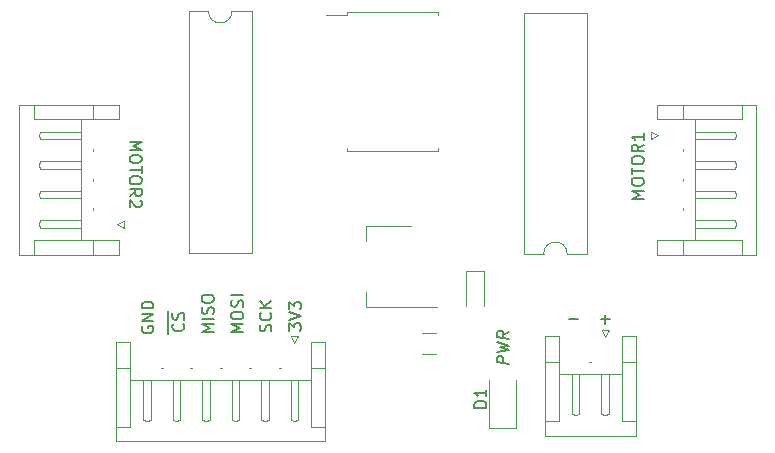
<source format=gbr>
%TF.GenerationSoftware,KiCad,Pcbnew,(5.1.6)-1*%
%TF.CreationDate,2020-07-30T09:39:53+02:00*%
%TF.ProjectId,motor-controller,6d6f746f-722d-4636-9f6e-74726f6c6c65,rev?*%
%TF.SameCoordinates,Original*%
%TF.FileFunction,Legend,Top*%
%TF.FilePolarity,Positive*%
%FSLAX46Y46*%
G04 Gerber Fmt 4.6, Leading zero omitted, Abs format (unit mm)*
G04 Created by KiCad (PCBNEW (5.1.6)-1) date 2020-07-30 09:39:53*
%MOMM*%
%LPD*%
G01*
G04 APERTURE LIST*
%ADD10C,0.150000*%
%ADD11C,0.180000*%
%ADD12C,0.120000*%
G04 APERTURE END LIST*
D10*
X90100000Y-159561904D02*
X90052380Y-159657142D01*
X90052380Y-159800000D01*
X90100000Y-159942857D01*
X90195238Y-160038095D01*
X90290476Y-160085714D01*
X90480952Y-160133333D01*
X90623809Y-160133333D01*
X90814285Y-160085714D01*
X90909523Y-160038095D01*
X91004761Y-159942857D01*
X91052380Y-159800000D01*
X91052380Y-159704761D01*
X91004761Y-159561904D01*
X90957142Y-159514285D01*
X90623809Y-159514285D01*
X90623809Y-159704761D01*
X91052380Y-159085714D02*
X90052380Y-159085714D01*
X91052380Y-158514285D01*
X90052380Y-158514285D01*
X91052380Y-158038095D02*
X90052380Y-158038095D01*
X90052380Y-157800000D01*
X90100000Y-157657142D01*
X90195238Y-157561904D01*
X90290476Y-157514285D01*
X90480952Y-157466666D01*
X90623809Y-157466666D01*
X90814285Y-157514285D01*
X90909523Y-157561904D01*
X91004761Y-157657142D01*
X91052380Y-157800000D01*
X91052380Y-158038095D01*
X92285000Y-160176190D02*
X92285000Y-159176190D01*
X93557142Y-159366666D02*
X93604761Y-159414285D01*
X93652380Y-159557142D01*
X93652380Y-159652380D01*
X93604761Y-159795238D01*
X93509523Y-159890476D01*
X93414285Y-159938095D01*
X93223809Y-159985714D01*
X93080952Y-159985714D01*
X92890476Y-159938095D01*
X92795238Y-159890476D01*
X92700000Y-159795238D01*
X92652380Y-159652380D01*
X92652380Y-159557142D01*
X92700000Y-159414285D01*
X92747619Y-159366666D01*
X92285000Y-159176190D02*
X92285000Y-158223809D01*
X93604761Y-158985714D02*
X93652380Y-158842857D01*
X93652380Y-158604761D01*
X93604761Y-158509523D01*
X93557142Y-158461904D01*
X93461904Y-158414285D01*
X93366666Y-158414285D01*
X93271428Y-158461904D01*
X93223809Y-158509523D01*
X93176190Y-158604761D01*
X93128571Y-158795238D01*
X93080952Y-158890476D01*
X93033333Y-158938095D01*
X92938095Y-158985714D01*
X92842857Y-158985714D01*
X92747619Y-158938095D01*
X92700000Y-158890476D01*
X92652380Y-158795238D01*
X92652380Y-158557142D01*
X92700000Y-158414285D01*
X96152380Y-160071428D02*
X95152380Y-160071428D01*
X95866666Y-159738095D01*
X95152380Y-159404761D01*
X96152380Y-159404761D01*
X96152380Y-158928571D02*
X95152380Y-158928571D01*
X96104761Y-158500000D02*
X96152380Y-158357142D01*
X96152380Y-158119047D01*
X96104761Y-158023809D01*
X96057142Y-157976190D01*
X95961904Y-157928571D01*
X95866666Y-157928571D01*
X95771428Y-157976190D01*
X95723809Y-158023809D01*
X95676190Y-158119047D01*
X95628571Y-158309523D01*
X95580952Y-158404761D01*
X95533333Y-158452380D01*
X95438095Y-158500000D01*
X95342857Y-158500000D01*
X95247619Y-158452380D01*
X95200000Y-158404761D01*
X95152380Y-158309523D01*
X95152380Y-158071428D01*
X95200000Y-157928571D01*
X95152380Y-157309523D02*
X95152380Y-157119047D01*
X95200000Y-157023809D01*
X95295238Y-156928571D01*
X95485714Y-156880952D01*
X95819047Y-156880952D01*
X96009523Y-156928571D01*
X96104761Y-157023809D01*
X96152380Y-157119047D01*
X96152380Y-157309523D01*
X96104761Y-157404761D01*
X96009523Y-157500000D01*
X95819047Y-157547619D01*
X95485714Y-157547619D01*
X95295238Y-157500000D01*
X95200000Y-157404761D01*
X95152380Y-157309523D01*
X98652380Y-160071428D02*
X97652380Y-160071428D01*
X98366666Y-159738095D01*
X97652380Y-159404761D01*
X98652380Y-159404761D01*
X97652380Y-158738095D02*
X97652380Y-158547619D01*
X97700000Y-158452380D01*
X97795238Y-158357142D01*
X97985714Y-158309523D01*
X98319047Y-158309523D01*
X98509523Y-158357142D01*
X98604761Y-158452380D01*
X98652380Y-158547619D01*
X98652380Y-158738095D01*
X98604761Y-158833333D01*
X98509523Y-158928571D01*
X98319047Y-158976190D01*
X97985714Y-158976190D01*
X97795238Y-158928571D01*
X97700000Y-158833333D01*
X97652380Y-158738095D01*
X98604761Y-157928571D02*
X98652380Y-157785714D01*
X98652380Y-157547619D01*
X98604761Y-157452380D01*
X98557142Y-157404761D01*
X98461904Y-157357142D01*
X98366666Y-157357142D01*
X98271428Y-157404761D01*
X98223809Y-157452380D01*
X98176190Y-157547619D01*
X98128571Y-157738095D01*
X98080952Y-157833333D01*
X98033333Y-157880952D01*
X97938095Y-157928571D01*
X97842857Y-157928571D01*
X97747619Y-157880952D01*
X97700000Y-157833333D01*
X97652380Y-157738095D01*
X97652380Y-157500000D01*
X97700000Y-157357142D01*
X98652380Y-156928571D02*
X97652380Y-156928571D01*
X101004761Y-159985714D02*
X101052380Y-159842857D01*
X101052380Y-159604761D01*
X101004761Y-159509523D01*
X100957142Y-159461904D01*
X100861904Y-159414285D01*
X100766666Y-159414285D01*
X100671428Y-159461904D01*
X100623809Y-159509523D01*
X100576190Y-159604761D01*
X100528571Y-159795238D01*
X100480952Y-159890476D01*
X100433333Y-159938095D01*
X100338095Y-159985714D01*
X100242857Y-159985714D01*
X100147619Y-159938095D01*
X100100000Y-159890476D01*
X100052380Y-159795238D01*
X100052380Y-159557142D01*
X100100000Y-159414285D01*
X100957142Y-158414285D02*
X101004761Y-158461904D01*
X101052380Y-158604761D01*
X101052380Y-158700000D01*
X101004761Y-158842857D01*
X100909523Y-158938095D01*
X100814285Y-158985714D01*
X100623809Y-159033333D01*
X100480952Y-159033333D01*
X100290476Y-158985714D01*
X100195238Y-158938095D01*
X100100000Y-158842857D01*
X100052380Y-158700000D01*
X100052380Y-158604761D01*
X100100000Y-158461904D01*
X100147619Y-158414285D01*
X101052380Y-157985714D02*
X100052380Y-157985714D01*
X101052380Y-157414285D02*
X100480952Y-157842857D01*
X100052380Y-157414285D02*
X100623809Y-157985714D01*
X102552380Y-159938095D02*
X102552380Y-159319047D01*
X102933333Y-159652380D01*
X102933333Y-159509523D01*
X102980952Y-159414285D01*
X103028571Y-159366666D01*
X103123809Y-159319047D01*
X103361904Y-159319047D01*
X103457142Y-159366666D01*
X103504761Y-159414285D01*
X103552380Y-159509523D01*
X103552380Y-159795238D01*
X103504761Y-159890476D01*
X103457142Y-159938095D01*
X102552380Y-159033333D02*
X103552380Y-158700000D01*
X102552380Y-158366666D01*
X102552380Y-158128571D02*
X102552380Y-157509523D01*
X102933333Y-157842857D01*
X102933333Y-157700000D01*
X102980952Y-157604761D01*
X103028571Y-157557142D01*
X103123809Y-157509523D01*
X103361904Y-157509523D01*
X103457142Y-157557142D01*
X103504761Y-157604761D01*
X103552380Y-157700000D01*
X103552380Y-157985714D01*
X103504761Y-158080952D01*
X103457142Y-158128571D01*
D11*
X126219047Y-158971428D02*
X126980952Y-158971428D01*
X128919047Y-158971428D02*
X129680952Y-158971428D01*
X129300000Y-159352380D02*
X129300000Y-158590476D01*
D10*
X121152380Y-162733318D02*
X120152380Y-162608318D01*
X120152380Y-162227366D01*
X120200000Y-162138080D01*
X120247619Y-162096413D01*
X120342857Y-162060699D01*
X120485714Y-162078556D01*
X120580952Y-162138080D01*
X120628571Y-162191651D01*
X120676190Y-162292842D01*
X120676190Y-162673794D01*
X120152380Y-161703556D02*
X121152380Y-161590461D01*
X120438095Y-161310699D01*
X121152380Y-161209508D01*
X120152380Y-160846413D01*
X121152380Y-160019032D02*
X120676190Y-160292842D01*
X121152380Y-160590461D02*
X120152380Y-160465461D01*
X120152380Y-160084508D01*
X120200000Y-159995223D01*
X120247619Y-159953556D01*
X120342857Y-159917842D01*
X120485714Y-159935699D01*
X120580952Y-159995223D01*
X120628571Y-160048794D01*
X120676190Y-160149985D01*
X120676190Y-160530937D01*
D11*
X89047619Y-143961904D02*
X90047619Y-143961904D01*
X89333333Y-144295238D01*
X90047619Y-144628571D01*
X89047619Y-144628571D01*
X90047619Y-145295238D02*
X90047619Y-145485714D01*
X90000000Y-145580952D01*
X89904761Y-145676190D01*
X89714285Y-145723809D01*
X89380952Y-145723809D01*
X89190476Y-145676190D01*
X89095238Y-145580952D01*
X89047619Y-145485714D01*
X89047619Y-145295238D01*
X89095238Y-145200000D01*
X89190476Y-145104761D01*
X89380952Y-145057142D01*
X89714285Y-145057142D01*
X89904761Y-145104761D01*
X90000000Y-145200000D01*
X90047619Y-145295238D01*
X90047619Y-146009523D02*
X90047619Y-146580952D01*
X89047619Y-146295238D02*
X90047619Y-146295238D01*
X90047619Y-147104761D02*
X90047619Y-147295238D01*
X90000000Y-147390476D01*
X89904761Y-147485714D01*
X89714285Y-147533333D01*
X89380952Y-147533333D01*
X89190476Y-147485714D01*
X89095238Y-147390476D01*
X89047619Y-147295238D01*
X89047619Y-147104761D01*
X89095238Y-147009523D01*
X89190476Y-146914285D01*
X89380952Y-146866666D01*
X89714285Y-146866666D01*
X89904761Y-146914285D01*
X90000000Y-147009523D01*
X90047619Y-147104761D01*
X89047619Y-148533333D02*
X89523809Y-148200000D01*
X89047619Y-147961904D02*
X90047619Y-147961904D01*
X90047619Y-148342857D01*
X90000000Y-148438095D01*
X89952380Y-148485714D01*
X89857142Y-148533333D01*
X89714285Y-148533333D01*
X89619047Y-148485714D01*
X89571428Y-148438095D01*
X89523809Y-148342857D01*
X89523809Y-147961904D01*
X89952380Y-148914285D02*
X90000000Y-148961904D01*
X90047619Y-149057142D01*
X90047619Y-149295238D01*
X90000000Y-149390476D01*
X89952380Y-149438095D01*
X89857142Y-149485714D01*
X89761904Y-149485714D01*
X89619047Y-149438095D01*
X89047619Y-148866666D01*
X89047619Y-149485714D01*
X132552380Y-148738095D02*
X131552380Y-148738095D01*
X132266666Y-148404761D01*
X131552380Y-148071428D01*
X132552380Y-148071428D01*
X131552380Y-147404761D02*
X131552380Y-147214285D01*
X131600000Y-147119047D01*
X131695238Y-147023809D01*
X131885714Y-146976190D01*
X132219047Y-146976190D01*
X132409523Y-147023809D01*
X132504761Y-147119047D01*
X132552380Y-147214285D01*
X132552380Y-147404761D01*
X132504761Y-147500000D01*
X132409523Y-147595238D01*
X132219047Y-147642857D01*
X131885714Y-147642857D01*
X131695238Y-147595238D01*
X131600000Y-147500000D01*
X131552380Y-147404761D01*
X131552380Y-146690476D02*
X131552380Y-146119047D01*
X132552380Y-146404761D02*
X131552380Y-146404761D01*
X131552380Y-145595238D02*
X131552380Y-145404761D01*
X131600000Y-145309523D01*
X131695238Y-145214285D01*
X131885714Y-145166666D01*
X132219047Y-145166666D01*
X132409523Y-145214285D01*
X132504761Y-145309523D01*
X132552380Y-145404761D01*
X132552380Y-145595238D01*
X132504761Y-145690476D01*
X132409523Y-145785714D01*
X132219047Y-145833333D01*
X131885714Y-145833333D01*
X131695238Y-145785714D01*
X131600000Y-145690476D01*
X131552380Y-145595238D01*
X132552380Y-144166666D02*
X132076190Y-144500000D01*
X132552380Y-144738095D02*
X131552380Y-144738095D01*
X131552380Y-144357142D01*
X131600000Y-144261904D01*
X131647619Y-144214285D01*
X131742857Y-144166666D01*
X131885714Y-144166666D01*
X131980952Y-144214285D01*
X132028571Y-144261904D01*
X132076190Y-144357142D01*
X132076190Y-144738095D01*
X132552380Y-143214285D02*
X132552380Y-143785714D01*
X132552380Y-143500000D02*
X131552380Y-143500000D01*
X131695238Y-143595238D01*
X131790476Y-143690476D01*
X131838095Y-143785714D01*
D12*
%TO.C,U4*%
X99360000Y-132870000D02*
X97710000Y-132870000D01*
X99360000Y-153310000D02*
X99360000Y-132870000D01*
X94060000Y-153310000D02*
X99360000Y-153310000D01*
X94060000Y-132870000D02*
X94060000Y-153310000D01*
X95710000Y-132870000D02*
X94060000Y-132870000D01*
X97710000Y-132870000D02*
G75*
G02*
X95710000Y-132870000I-1000000J0D01*
G01*
%TO.C,R1*%
X113797936Y-161910000D02*
X115002064Y-161910000D01*
X113797936Y-160090000D02*
X115002064Y-160090000D01*
%TO.C,C1*%
X117515000Y-154915000D02*
X117515000Y-157800000D01*
X119085000Y-154915000D02*
X117515000Y-154915000D01*
X119085000Y-157800000D02*
X119085000Y-154915000D01*
%TO.C,U1*%
X115100000Y-157910000D02*
X109090000Y-157910000D01*
X112850000Y-151090000D02*
X109090000Y-151090000D01*
X109090000Y-157910000D02*
X109090000Y-156650000D01*
X109090000Y-151090000D02*
X109090000Y-152350000D01*
%TO.C,U2*%
X107440000Y-133160000D02*
X105625000Y-133160000D01*
X107440000Y-132915000D02*
X107440000Y-133160000D01*
X111300000Y-132915000D02*
X107440000Y-132915000D01*
X115160000Y-132915000D02*
X115160000Y-133160000D01*
X111300000Y-132915000D02*
X115160000Y-132915000D01*
X107440000Y-144685000D02*
X107440000Y-144440000D01*
X111300000Y-144685000D02*
X107440000Y-144685000D01*
X115160000Y-144685000D02*
X115160000Y-144440000D01*
X111300000Y-144685000D02*
X115160000Y-144685000D01*
%TO.C,U3*%
X122440000Y-153430000D02*
X124090000Y-153430000D01*
X122440000Y-132990000D02*
X122440000Y-153430000D01*
X127740000Y-132990000D02*
X122440000Y-132990000D01*
X127740000Y-153430000D02*
X127740000Y-132990000D01*
X126090000Y-153430000D02*
X127740000Y-153430000D01*
X124090000Y-153430000D02*
G75*
G02*
X126090000Y-153430000I1000000J0D01*
G01*
%TO.C,J4*%
X88600000Y-150600000D02*
X88000000Y-150900000D01*
X88600000Y-151200000D02*
X88600000Y-150600000D01*
X88000000Y-150900000D02*
X88600000Y-151200000D01*
X84910000Y-143080000D02*
X84910000Y-143400000D01*
X81490000Y-143080000D02*
X84910000Y-143080000D01*
X81410000Y-143400000D02*
X81490000Y-143080000D01*
X81490000Y-143720000D02*
X81410000Y-143400000D01*
X84910000Y-143720000D02*
X81490000Y-143720000D01*
X84910000Y-143400000D02*
X84910000Y-143720000D01*
X85910000Y-144730000D02*
X85910000Y-144570000D01*
X84910000Y-145580000D02*
X84910000Y-145900000D01*
X81490000Y-145580000D02*
X84910000Y-145580000D01*
X81410000Y-145900000D02*
X81490000Y-145580000D01*
X81490000Y-146220000D02*
X81410000Y-145900000D01*
X84910000Y-146220000D02*
X81490000Y-146220000D01*
X84910000Y-145900000D02*
X84910000Y-146220000D01*
X85910000Y-147230000D02*
X85910000Y-147070000D01*
X84910000Y-148080000D02*
X84910000Y-148400000D01*
X81490000Y-148080000D02*
X84910000Y-148080000D01*
X81410000Y-148400000D02*
X81490000Y-148080000D01*
X81490000Y-148720000D02*
X81410000Y-148400000D01*
X84910000Y-148720000D02*
X81490000Y-148720000D01*
X84910000Y-148400000D02*
X84910000Y-148720000D01*
X85910000Y-149730000D02*
X85910000Y-149570000D01*
X84910000Y-150580000D02*
X84910000Y-150900000D01*
X81490000Y-150580000D02*
X84910000Y-150580000D01*
X81410000Y-150900000D02*
X81490000Y-150580000D01*
X81490000Y-151220000D02*
X81410000Y-150900000D01*
X84910000Y-151220000D02*
X81490000Y-151220000D01*
X84910000Y-150900000D02*
X84910000Y-151220000D01*
X84910000Y-152290000D02*
X84910000Y-142010000D01*
X85910000Y-142010000D02*
X85910000Y-140790000D01*
X80910000Y-142010000D02*
X85910000Y-142010000D01*
X80910000Y-140790000D02*
X80910000Y-142010000D01*
X85910000Y-152290000D02*
X85910000Y-153510000D01*
X80910000Y-152290000D02*
X85910000Y-152290000D01*
X80910000Y-153510000D02*
X80910000Y-152290000D01*
X88110000Y-142010000D02*
X85910000Y-142010000D01*
X88110000Y-140790000D02*
X88110000Y-142010000D01*
X79690000Y-140790000D02*
X88110000Y-140790000D01*
X79690000Y-153510000D02*
X79690000Y-140790000D01*
X88110000Y-153510000D02*
X79690000Y-153510000D01*
X88110000Y-152290000D02*
X88110000Y-153510000D01*
X85910000Y-152290000D02*
X88110000Y-152290000D01*
%TO.C,J3*%
X133200000Y-143700000D02*
X133800000Y-143400000D01*
X133200000Y-143100000D02*
X133200000Y-143700000D01*
X133800000Y-143400000D02*
X133200000Y-143100000D01*
X136890000Y-151220000D02*
X136890000Y-150900000D01*
X140310000Y-151220000D02*
X136890000Y-151220000D01*
X140390000Y-150900000D02*
X140310000Y-151220000D01*
X140310000Y-150580000D02*
X140390000Y-150900000D01*
X136890000Y-150580000D02*
X140310000Y-150580000D01*
X136890000Y-150900000D02*
X136890000Y-150580000D01*
X135890000Y-149570000D02*
X135890000Y-149730000D01*
X136890000Y-148720000D02*
X136890000Y-148400000D01*
X140310000Y-148720000D02*
X136890000Y-148720000D01*
X140390000Y-148400000D02*
X140310000Y-148720000D01*
X140310000Y-148080000D02*
X140390000Y-148400000D01*
X136890000Y-148080000D02*
X140310000Y-148080000D01*
X136890000Y-148400000D02*
X136890000Y-148080000D01*
X135890000Y-147070000D02*
X135890000Y-147230000D01*
X136890000Y-146220000D02*
X136890000Y-145900000D01*
X140310000Y-146220000D02*
X136890000Y-146220000D01*
X140390000Y-145900000D02*
X140310000Y-146220000D01*
X140310000Y-145580000D02*
X140390000Y-145900000D01*
X136890000Y-145580000D02*
X140310000Y-145580000D01*
X136890000Y-145900000D02*
X136890000Y-145580000D01*
X135890000Y-144570000D02*
X135890000Y-144730000D01*
X136890000Y-143720000D02*
X136890000Y-143400000D01*
X140310000Y-143720000D02*
X136890000Y-143720000D01*
X140390000Y-143400000D02*
X140310000Y-143720000D01*
X140310000Y-143080000D02*
X140390000Y-143400000D01*
X136890000Y-143080000D02*
X140310000Y-143080000D01*
X136890000Y-143400000D02*
X136890000Y-143080000D01*
X136890000Y-142010000D02*
X136890000Y-152290000D01*
X135890000Y-152290000D02*
X135890000Y-153510000D01*
X140890000Y-152290000D02*
X135890000Y-152290000D01*
X140890000Y-153510000D02*
X140890000Y-152290000D01*
X135890000Y-142010000D02*
X135890000Y-140790000D01*
X140890000Y-142010000D02*
X135890000Y-142010000D01*
X140890000Y-140790000D02*
X140890000Y-142010000D01*
X133690000Y-152290000D02*
X135890000Y-152290000D01*
X133690000Y-153510000D02*
X133690000Y-152290000D01*
X142110000Y-153510000D02*
X133690000Y-153510000D01*
X142110000Y-140790000D02*
X142110000Y-153510000D01*
X133690000Y-140790000D02*
X142110000Y-140790000D01*
X133690000Y-142010000D02*
X133690000Y-140790000D01*
X135890000Y-142010000D02*
X133690000Y-142010000D01*
%TO.C,J2*%
X102700000Y-160400000D02*
X103000000Y-161000000D01*
X103300000Y-160400000D02*
X102700000Y-160400000D01*
X103000000Y-161000000D02*
X103300000Y-160400000D01*
X90180000Y-164090000D02*
X90500000Y-164090000D01*
X90180000Y-167510000D02*
X90180000Y-164090000D01*
X90500000Y-167590000D02*
X90180000Y-167510000D01*
X90820000Y-167510000D02*
X90500000Y-167590000D01*
X90820000Y-164090000D02*
X90820000Y-167510000D01*
X90500000Y-164090000D02*
X90820000Y-164090000D01*
X91830000Y-163090000D02*
X91670000Y-163090000D01*
X92680000Y-164090000D02*
X93000000Y-164090000D01*
X92680000Y-167510000D02*
X92680000Y-164090000D01*
X93000000Y-167590000D02*
X92680000Y-167510000D01*
X93320000Y-167510000D02*
X93000000Y-167590000D01*
X93320000Y-164090000D02*
X93320000Y-167510000D01*
X93000000Y-164090000D02*
X93320000Y-164090000D01*
X94330000Y-163090000D02*
X94170000Y-163090000D01*
X95180000Y-164090000D02*
X95500000Y-164090000D01*
X95180000Y-167510000D02*
X95180000Y-164090000D01*
X95500000Y-167590000D02*
X95180000Y-167510000D01*
X95820000Y-167510000D02*
X95500000Y-167590000D01*
X95820000Y-164090000D02*
X95820000Y-167510000D01*
X95500000Y-164090000D02*
X95820000Y-164090000D01*
X96830000Y-163090000D02*
X96670000Y-163090000D01*
X97680000Y-164090000D02*
X98000000Y-164090000D01*
X97680000Y-167510000D02*
X97680000Y-164090000D01*
X98000000Y-167590000D02*
X97680000Y-167510000D01*
X98320000Y-167510000D02*
X98000000Y-167590000D01*
X98320000Y-164090000D02*
X98320000Y-167510000D01*
X98000000Y-164090000D02*
X98320000Y-164090000D01*
X99330000Y-163090000D02*
X99170000Y-163090000D01*
X100180000Y-164090000D02*
X100500000Y-164090000D01*
X100180000Y-167510000D02*
X100180000Y-164090000D01*
X100500000Y-167590000D02*
X100180000Y-167510000D01*
X100820000Y-167510000D02*
X100500000Y-167590000D01*
X100820000Y-164090000D02*
X100820000Y-167510000D01*
X100500000Y-164090000D02*
X100820000Y-164090000D01*
X101830000Y-163090000D02*
X101670000Y-163090000D01*
X102680000Y-164090000D02*
X103000000Y-164090000D01*
X102680000Y-167510000D02*
X102680000Y-164090000D01*
X103000000Y-167590000D02*
X102680000Y-167510000D01*
X103320000Y-167510000D02*
X103000000Y-167590000D01*
X103320000Y-164090000D02*
X103320000Y-167510000D01*
X103000000Y-164090000D02*
X103320000Y-164090000D01*
X104390000Y-164090000D02*
X89110000Y-164090000D01*
X89110000Y-163090000D02*
X87890000Y-163090000D01*
X89110000Y-168090000D02*
X89110000Y-163090000D01*
X87890000Y-168090000D02*
X89110000Y-168090000D01*
X104390000Y-163090000D02*
X105610000Y-163090000D01*
X104390000Y-168090000D02*
X104390000Y-163090000D01*
X105610000Y-168090000D02*
X104390000Y-168090000D01*
X89110000Y-160890000D02*
X89110000Y-163090000D01*
X87890000Y-160890000D02*
X89110000Y-160890000D01*
X87890000Y-169310000D02*
X87890000Y-160890000D01*
X105610000Y-169310000D02*
X87890000Y-169310000D01*
X105610000Y-160890000D02*
X105610000Y-169310000D01*
X104390000Y-160890000D02*
X105610000Y-160890000D01*
X104390000Y-163090000D02*
X104390000Y-160890000D01*
%TO.C,J1*%
X129000000Y-159900000D02*
X129300000Y-160500000D01*
X129600000Y-159900000D02*
X129000000Y-159900000D01*
X129300000Y-160500000D02*
X129600000Y-159900000D01*
X126480000Y-163590000D02*
X126800000Y-163590000D01*
X126480000Y-167010000D02*
X126480000Y-163590000D01*
X126800000Y-167090000D02*
X126480000Y-167010000D01*
X127120000Y-167010000D02*
X126800000Y-167090000D01*
X127120000Y-163590000D02*
X127120000Y-167010000D01*
X126800000Y-163590000D02*
X127120000Y-163590000D01*
X128130000Y-162590000D02*
X127970000Y-162590000D01*
X128980000Y-163590000D02*
X129300000Y-163590000D01*
X128980000Y-167010000D02*
X128980000Y-163590000D01*
X129300000Y-167090000D02*
X128980000Y-167010000D01*
X129620000Y-167010000D02*
X129300000Y-167090000D01*
X129620000Y-163590000D02*
X129620000Y-167010000D01*
X129300000Y-163590000D02*
X129620000Y-163590000D01*
X130690000Y-163590000D02*
X125410000Y-163590000D01*
X125410000Y-162590000D02*
X124190000Y-162590000D01*
X125410000Y-167590000D02*
X125410000Y-162590000D01*
X124190000Y-167590000D02*
X125410000Y-167590000D01*
X130690000Y-162590000D02*
X131910000Y-162590000D01*
X130690000Y-167590000D02*
X130690000Y-162590000D01*
X131910000Y-167590000D02*
X130690000Y-167590000D01*
X125410000Y-160390000D02*
X125410000Y-162590000D01*
X124190000Y-160390000D02*
X125410000Y-160390000D01*
X124190000Y-168810000D02*
X124190000Y-160390000D01*
X131910000Y-168810000D02*
X124190000Y-168810000D01*
X131910000Y-160390000D02*
X131910000Y-168810000D01*
X130690000Y-160390000D02*
X131910000Y-160390000D01*
X130690000Y-162590000D02*
X130690000Y-160390000D01*
%TO.C,D1*%
X121735000Y-168160000D02*
X121735000Y-164100000D01*
X119465000Y-168160000D02*
X121735000Y-168160000D01*
X119465000Y-164100000D02*
X119465000Y-168160000D01*
D10*
X119232380Y-166438095D02*
X118232380Y-166438095D01*
X118232380Y-166200000D01*
X118280000Y-166057142D01*
X118375238Y-165961904D01*
X118470476Y-165914285D01*
X118660952Y-165866666D01*
X118803809Y-165866666D01*
X118994285Y-165914285D01*
X119089523Y-165961904D01*
X119184761Y-166057142D01*
X119232380Y-166200000D01*
X119232380Y-166438095D01*
X119232380Y-164914285D02*
X119232380Y-165485714D01*
X119232380Y-165200000D02*
X118232380Y-165200000D01*
X118375238Y-165295238D01*
X118470476Y-165390476D01*
X118518095Y-165485714D01*
%TD*%
M02*

</source>
